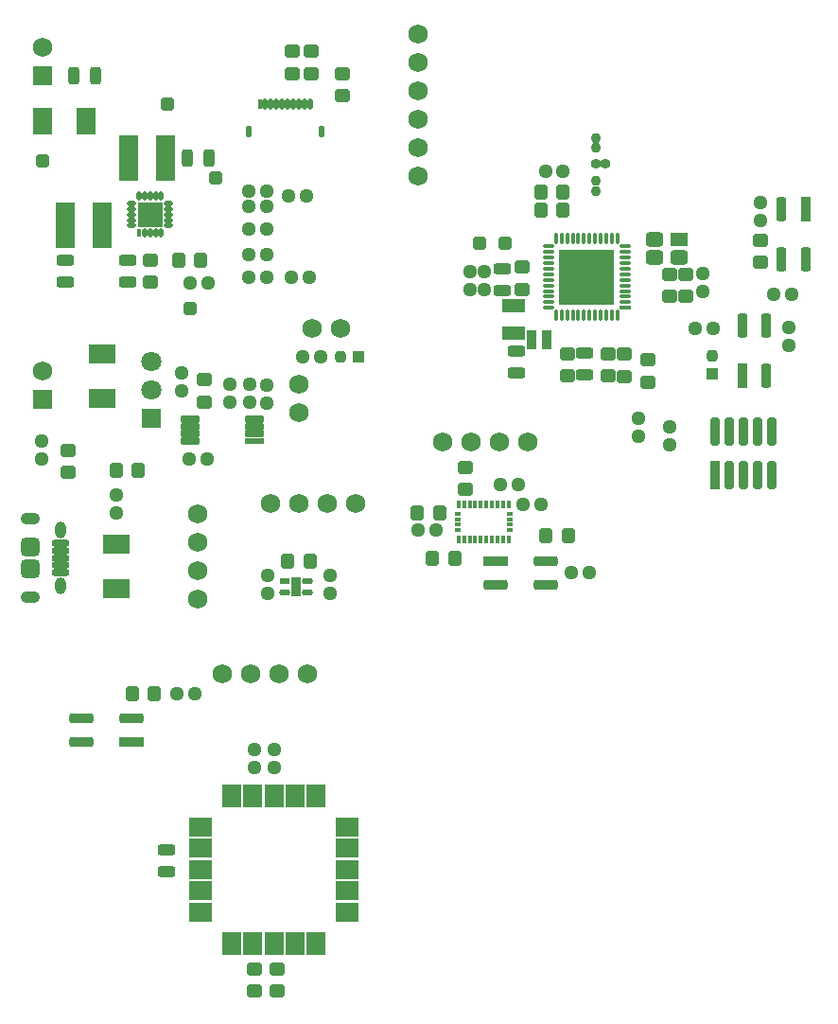
<source format=gts>
G04*
G04 #@! TF.GenerationSoftware,Altium Limited,Altium Designer,22.9.1 (49)*
G04*
G04 Layer_Color=8388736*
%FSLAX44Y44*%
%MOMM*%
G71*
G04*
G04 #@! TF.SameCoordinates,0914E3C7-33D6-4C2E-B1A8-6EB065383EFC*
G04*
G04*
G04 #@! TF.FilePolarity,Negative*
G04*
G01*
G75*
G04:AMPARAMS|DCode=76|XSize=0.6032mm|YSize=1.5532mm|CornerRadius=0.2016mm|HoleSize=0mm|Usage=FLASHONLY|Rotation=270.000|XOffset=0mm|YOffset=0mm|HoleType=Round|Shape=RoundedRectangle|*
%AMROUNDEDRECTD76*
21,1,0.6032,1.1500,0,0,270.0*
21,1,0.2000,1.5532,0,0,270.0*
1,1,0.4032,-0.5750,-0.1000*
1,1,0.4032,-0.5750,0.1000*
1,1,0.4032,0.5750,0.1000*
1,1,0.4032,0.5750,-0.1000*
%
%ADD76ROUNDEDRECTD76*%
G04:AMPARAMS|DCode=77|XSize=1.7032mm|YSize=1.7532mm|CornerRadius=0.4766mm|HoleSize=0mm|Usage=FLASHONLY|Rotation=270.000|XOffset=0mm|YOffset=0mm|HoleType=Round|Shape=RoundedRectangle|*
%AMROUNDEDRECTD77*
21,1,1.7032,0.8000,0,0,270.0*
21,1,0.7500,1.7532,0,0,270.0*
1,1,0.9532,-0.4000,-0.3750*
1,1,0.9532,-0.4000,0.3750*
1,1,0.9532,0.4000,0.3750*
1,1,0.9532,0.4000,-0.3750*
%
%ADD77ROUNDEDRECTD77*%
G04:AMPARAMS|DCode=78|XSize=1.4032mm|YSize=1.2032mm|CornerRadius=0.3516mm|HoleSize=0mm|Usage=FLASHONLY|Rotation=180.000|XOffset=0mm|YOffset=0mm|HoleType=Round|Shape=RoundedRectangle|*
%AMROUNDEDRECTD78*
21,1,1.4032,0.5000,0,0,180.0*
21,1,0.7000,1.2032,0,0,180.0*
1,1,0.7032,-0.3500,0.2500*
1,1,0.7032,0.3500,0.2500*
1,1,0.7032,0.3500,-0.2500*
1,1,0.7032,-0.3500,-0.2500*
%
%ADD78ROUNDEDRECTD78*%
G04:AMPARAMS|DCode=79|XSize=0.56mm|YSize=0.96mm|CornerRadius=0.18mm|HoleSize=0mm|Usage=FLASHONLY|Rotation=0.000|XOffset=0mm|YOffset=0mm|HoleType=Round|Shape=RoundedRectangle|*
%AMROUNDEDRECTD79*
21,1,0.5600,0.6000,0,0,0.0*
21,1,0.2000,0.9600,0,0,0.0*
1,1,0.3600,0.1000,-0.3000*
1,1,0.3600,-0.1000,-0.3000*
1,1,0.3600,-0.1000,0.3000*
1,1,0.3600,0.1000,0.3000*
%
%ADD79ROUNDEDRECTD79*%
G04:AMPARAMS|DCode=80|XSize=0.46mm|YSize=0.96mm|CornerRadius=0.155mm|HoleSize=0mm|Usage=FLASHONLY|Rotation=0.000|XOffset=0mm|YOffset=0mm|HoleType=Round|Shape=RoundedRectangle|*
%AMROUNDEDRECTD80*
21,1,0.4600,0.6500,0,0,0.0*
21,1,0.1500,0.9600,0,0,0.0*
1,1,0.3100,0.0750,-0.3250*
1,1,0.3100,-0.0750,-0.3250*
1,1,0.3100,-0.0750,0.3250*
1,1,0.3100,0.0750,0.3250*
%
%ADD80ROUNDEDRECTD80*%
%ADD81R,0.4600X0.9600*%
G04:AMPARAMS|DCode=82|XSize=1.6032mm|YSize=1.0032mm|CornerRadius=0.3016mm|HoleSize=0mm|Usage=FLASHONLY|Rotation=0.000|XOffset=0mm|YOffset=0mm|HoleType=Round|Shape=RoundedRectangle|*
%AMROUNDEDRECTD82*
21,1,1.6032,0.4000,0,0,0.0*
21,1,1.0000,1.0032,0,0,0.0*
1,1,0.6032,0.5000,-0.2000*
1,1,0.6032,-0.5000,-0.2000*
1,1,0.6032,-0.5000,0.2000*
1,1,0.6032,0.5000,0.2000*
%
%ADD82ROUNDEDRECTD82*%
G04:AMPARAMS|DCode=83|XSize=1.1032mm|YSize=1.1032mm|CornerRadius=0.3266mm|HoleSize=0mm|Usage=FLASHONLY|Rotation=180.000|XOffset=0mm|YOffset=0mm|HoleType=Round|Shape=RoundedRectangle|*
%AMROUNDEDRECTD83*
21,1,1.1032,0.4500,0,0,180.0*
21,1,0.4500,1.1032,0,0,180.0*
1,1,0.6532,-0.2250,0.2250*
1,1,0.6532,0.2250,0.2250*
1,1,0.6532,0.2250,-0.2250*
1,1,0.6532,-0.2250,-0.2250*
%
%ADD83ROUNDEDRECTD83*%
%ADD84R,4.9032X4.9032*%
G04:AMPARAMS|DCode=85|XSize=0.4124mm|YSize=1.0124mm|CornerRadius=0.1412mm|HoleSize=0mm|Usage=FLASHONLY|Rotation=180.000|XOffset=0mm|YOffset=0mm|HoleType=Round|Shape=RoundedRectangle|*
%AMROUNDEDRECTD85*
21,1,0.4124,0.7300,0,0,180.0*
21,1,0.1300,1.0124,0,0,180.0*
1,1,0.2824,-0.0650,0.3650*
1,1,0.2824,0.0650,0.3650*
1,1,0.2824,0.0650,-0.3650*
1,1,0.2824,-0.0650,-0.3650*
%
%ADD85ROUNDEDRECTD85*%
G04:AMPARAMS|DCode=86|XSize=0.4124mm|YSize=1.0124mm|CornerRadius=0.1412mm|HoleSize=0mm|Usage=FLASHONLY|Rotation=270.000|XOffset=0mm|YOffset=0mm|HoleType=Round|Shape=RoundedRectangle|*
%AMROUNDEDRECTD86*
21,1,0.4124,0.7300,0,0,270.0*
21,1,0.1300,1.0124,0,0,270.0*
1,1,0.2824,-0.3650,-0.0650*
1,1,0.2824,-0.3650,0.0650*
1,1,0.2824,0.3650,0.0650*
1,1,0.2824,0.3650,-0.0650*
%
%ADD86ROUNDEDRECTD86*%
%ADD87R,1.0124X0.4124*%
%ADD88R,2.2532X2.2532*%
G04:AMPARAMS|DCode=89|XSize=0.4432mm|YSize=0.8032mm|CornerRadius=0.1616mm|HoleSize=0mm|Usage=FLASHONLY|Rotation=90.000|XOffset=0mm|YOffset=0mm|HoleType=Round|Shape=RoundedRectangle|*
%AMROUNDEDRECTD89*
21,1,0.4432,0.4800,0,0,90.0*
21,1,0.1200,0.8032,0,0,90.0*
1,1,0.3232,0.2400,0.0600*
1,1,0.3232,0.2400,-0.0600*
1,1,0.3232,-0.2400,-0.0600*
1,1,0.3232,-0.2400,0.0600*
%
%ADD89ROUNDEDRECTD89*%
G04:AMPARAMS|DCode=90|XSize=0.4432mm|YSize=0.8032mm|CornerRadius=0.1616mm|HoleSize=0mm|Usage=FLASHONLY|Rotation=180.000|XOffset=0mm|YOffset=0mm|HoleType=Round|Shape=RoundedRectangle|*
%AMROUNDEDRECTD90*
21,1,0.4432,0.4800,0,0,180.0*
21,1,0.1200,0.8032,0,0,180.0*
1,1,0.3232,-0.0600,0.2400*
1,1,0.3232,0.0600,0.2400*
1,1,0.3232,0.0600,-0.2400*
1,1,0.3232,-0.0600,-0.2400*
%
%ADD90ROUNDEDRECTD90*%
%ADD91R,0.4432X0.8032*%
G04:AMPARAMS|DCode=92|XSize=1.2192mm|YSize=1.2192mm|CornerRadius=0.3556mm|HoleSize=0mm|Usage=FLASHONLY|Rotation=0.000|XOffset=0mm|YOffset=0mm|HoleType=Round|Shape=RoundedRectangle|*
%AMROUNDEDRECTD92*
21,1,1.2192,0.5080,0,0,0.0*
21,1,0.5080,1.2192,0,0,0.0*
1,1,0.7112,0.2540,-0.2540*
1,1,0.7112,-0.2540,-0.2540*
1,1,0.7112,-0.2540,0.2540*
1,1,0.7112,0.2540,0.2540*
%
%ADD92ROUNDEDRECTD92*%
G04:AMPARAMS|DCode=93|XSize=2.2032mm|YSize=0.9032mm|CornerRadius=0.2766mm|HoleSize=0mm|Usage=FLASHONLY|Rotation=90.000|XOffset=0mm|YOffset=0mm|HoleType=Round|Shape=RoundedRectangle|*
%AMROUNDEDRECTD93*
21,1,2.2032,0.3500,0,0,90.0*
21,1,1.6500,0.9032,0,0,90.0*
1,1,0.5532,0.1750,0.8250*
1,1,0.5532,0.1750,-0.8250*
1,1,0.5532,-0.1750,-0.8250*
1,1,0.5532,-0.1750,0.8250*
%
%ADD93ROUNDEDRECTD93*%
%ADD94R,0.9032X2.2032*%
%ADD95R,2.1032X1.3032*%
G04:AMPARAMS|DCode=96|XSize=1.1032mm|YSize=1.1032mm|CornerRadius=0.3266mm|HoleSize=0mm|Usage=FLASHONLY|Rotation=90.000|XOffset=0mm|YOffset=0mm|HoleType=Round|Shape=RoundedRectangle|*
%AMROUNDEDRECTD96*
21,1,1.1032,0.4500,0,0,90.0*
21,1,0.4500,1.1032,0,0,90.0*
1,1,0.6532,0.2250,0.2250*
1,1,0.6532,0.2250,-0.2250*
1,1,0.6532,-0.2250,-0.2250*
1,1,0.6532,-0.2250,0.2250*
%
%ADD96ROUNDEDRECTD96*%
%ADD97R,1.0032X1.0032*%
G04:AMPARAMS|DCode=98|XSize=1.0032mm|YSize=1.0032mm|CornerRadius=0.3016mm|HoleSize=0mm|Usage=FLASHONLY|Rotation=180.000|XOffset=0mm|YOffset=0mm|HoleType=Round|Shape=RoundedRectangle|*
%AMROUNDEDRECTD98*
21,1,1.0032,0.4000,0,0,180.0*
21,1,0.4000,1.0032,0,0,180.0*
1,1,0.6032,-0.2000,0.2000*
1,1,0.6032,0.2000,0.2000*
1,1,0.6032,0.2000,-0.2000*
1,1,0.6032,-0.2000,-0.2000*
%
%ADD98ROUNDEDRECTD98*%
G04:AMPARAMS|DCode=99|XSize=0.8616mm|YSize=2.5016mm|CornerRadius=0.2408mm|HoleSize=0mm|Usage=FLASHONLY|Rotation=0.000|XOffset=0mm|YOffset=0mm|HoleType=Round|Shape=RoundedRectangle|*
%AMROUNDEDRECTD99*
21,1,0.8616,2.0200,0,0,0.0*
21,1,0.3800,2.5016,0,0,0.0*
1,1,0.4816,0.1900,-1.0100*
1,1,0.4816,-0.1900,-1.0100*
1,1,0.4816,-0.1900,1.0100*
1,1,0.4816,0.1900,1.0100*
%
%ADD99ROUNDEDRECTD99*%
%ADD100R,0.8616X2.5016*%
G04:AMPARAMS|DCode=101|XSize=1.6032mm|YSize=1.0032mm|CornerRadius=0.3016mm|HoleSize=0mm|Usage=FLASHONLY|Rotation=270.000|XOffset=0mm|YOffset=0mm|HoleType=Round|Shape=RoundedRectangle|*
%AMROUNDEDRECTD101*
21,1,1.6032,0.4000,0,0,270.0*
21,1,1.0000,1.0032,0,0,270.0*
1,1,0.6032,-0.2000,-0.5000*
1,1,0.6032,-0.2000,0.5000*
1,1,0.6032,0.2000,0.5000*
1,1,0.6032,0.2000,-0.5000*
%
%ADD101ROUNDEDRECTD101*%
G04:AMPARAMS|DCode=102|XSize=0.78mm|YSize=0.82mm|CornerRadius=0.235mm|HoleSize=0mm|Usage=FLASHONLY|Rotation=180.000|XOffset=0mm|YOffset=0mm|HoleType=Round|Shape=RoundedRectangle|*
%AMROUNDEDRECTD102*
21,1,0.7800,0.3500,0,0,180.0*
21,1,0.3100,0.8200,0,0,180.0*
1,1,0.4700,-0.1550,0.1750*
1,1,0.4700,0.1550,0.1750*
1,1,0.4700,0.1550,-0.1750*
1,1,0.4700,-0.1550,-0.1750*
%
%ADD102ROUNDEDRECTD102*%
G04:AMPARAMS|DCode=103|XSize=0.78mm|YSize=0.82mm|CornerRadius=0.235mm|HoleSize=0mm|Usage=FLASHONLY|Rotation=90.000|XOffset=0mm|YOffset=0mm|HoleType=Round|Shape=RoundedRectangle|*
%AMROUNDEDRECTD103*
21,1,0.7800,0.3500,0,0,90.0*
21,1,0.3100,0.8200,0,0,90.0*
1,1,0.4700,0.1750,0.1550*
1,1,0.4700,0.1750,-0.1550*
1,1,0.4700,-0.1750,-0.1550*
1,1,0.4700,-0.1750,0.1550*
%
%ADD103ROUNDEDRECTD103*%
G04:AMPARAMS|DCode=104|XSize=1.4032mm|YSize=1.2032mm|CornerRadius=0.3516mm|HoleSize=0mm|Usage=FLASHONLY|Rotation=270.000|XOffset=0mm|YOffset=0mm|HoleType=Round|Shape=RoundedRectangle|*
%AMROUNDEDRECTD104*
21,1,1.4032,0.5000,0,0,270.0*
21,1,0.7000,1.2032,0,0,270.0*
1,1,0.7032,-0.2500,-0.3500*
1,1,0.7032,-0.2500,0.3500*
1,1,0.7032,0.2500,0.3500*
1,1,0.7032,0.2500,-0.3500*
%
%ADD104ROUNDEDRECTD104*%
%ADD105R,1.6532X4.0932*%
G04:AMPARAMS|DCode=106|XSize=1.7732mm|YSize=0.6132mm|CornerRadius=0.1529mm|HoleSize=0mm|Usage=FLASHONLY|Rotation=180.000|XOffset=0mm|YOffset=0mm|HoleType=Round|Shape=RoundedRectangle|*
%AMROUNDEDRECTD106*
21,1,1.7732,0.3075,0,0,180.0*
21,1,1.4675,0.6132,0,0,180.0*
1,1,0.3057,-0.7338,0.1538*
1,1,0.3057,0.7338,0.1538*
1,1,0.3057,0.7338,-0.1538*
1,1,0.3057,-0.7338,-0.1538*
%
%ADD106ROUNDEDRECTD106*%
%ADD107R,1.7732X0.6132*%
G04:AMPARAMS|DCode=108|XSize=1.6032mm|YSize=1.3032mm|CornerRadius=0.3766mm|HoleSize=0mm|Usage=FLASHONLY|Rotation=0.000|XOffset=0mm|YOffset=0mm|HoleType=Round|Shape=RoundedRectangle|*
%AMROUNDEDRECTD108*
21,1,1.6032,0.5500,0,0,0.0*
21,1,0.8500,1.3032,0,0,0.0*
1,1,0.7532,0.4250,-0.2750*
1,1,0.7532,-0.4250,-0.2750*
1,1,0.7532,-0.4250,0.2750*
1,1,0.7532,0.4250,0.2750*
%
%ADD108ROUNDEDRECTD108*%
%ADD109R,1.6032X1.3032*%
%ADD110R,0.8532X1.8032*%
%ADD111R,0.9532X0.5532*%
G04:AMPARAMS|DCode=112|XSize=0.5532mm|YSize=0.9532mm|CornerRadius=0.1891mm|HoleSize=0mm|Usage=FLASHONLY|Rotation=90.000|XOffset=0mm|YOffset=0mm|HoleType=Round|Shape=RoundedRectangle|*
%AMROUNDEDRECTD112*
21,1,0.5532,0.5750,0,0,90.0*
21,1,0.1750,0.9532,0,0,90.0*
1,1,0.3782,0.2875,0.0875*
1,1,0.3782,0.2875,-0.0875*
1,1,0.3782,-0.2875,-0.0875*
1,1,0.3782,-0.2875,0.0875*
%
%ADD112ROUNDEDRECTD112*%
%ADD113R,0.9032X1.8032*%
G04:AMPARAMS|DCode=114|XSize=2.2032mm|YSize=0.9032mm|CornerRadius=0.2766mm|HoleSize=0mm|Usage=FLASHONLY|Rotation=0.000|XOffset=0mm|YOffset=0mm|HoleType=Round|Shape=RoundedRectangle|*
%AMROUNDEDRECTD114*
21,1,2.2032,0.3500,0,0,0.0*
21,1,1.6500,0.9032,0,0,0.0*
1,1,0.5532,0.8250,-0.1750*
1,1,0.5532,-0.8250,-0.1750*
1,1,0.5532,-0.8250,0.1750*
1,1,0.5532,0.8250,0.1750*
%
%ADD114ROUNDEDRECTD114*%
%ADD115R,2.2032X0.9032*%
%ADD116R,1.7032X2.0032*%
%ADD117R,2.0032X1.7032*%
%ADD118R,1.7032X2.4032*%
%ADD119R,2.4032X1.7032*%
G04:AMPARAMS|DCode=120|XSize=1.0032mm|YSize=1.0032mm|CornerRadius=0.3016mm|HoleSize=0mm|Usage=FLASHONLY|Rotation=270.000|XOffset=0mm|YOffset=0mm|HoleType=Round|Shape=RoundedRectangle|*
%AMROUNDEDRECTD120*
21,1,1.0032,0.4000,0,0,270.0*
21,1,0.4000,1.0032,0,0,270.0*
1,1,0.6032,-0.2000,-0.2000*
1,1,0.6032,-0.2000,0.2000*
1,1,0.6032,0.2000,0.2000*
1,1,0.6032,0.2000,-0.2000*
%
%ADD120ROUNDEDRECTD120*%
%ADD121R,1.0032X1.0032*%
%ADD122R,0.4600X0.6850*%
%ADD123R,0.5850X0.4600*%
%ADD124C,1.7272*%
%ADD125O,1.0160X1.5032*%
%ADD126O,1.7532X1.0160*%
%ADD127R,1.7272X1.7272*%
%ADD128C,1.8032*%
%ADD129R,1.8032X1.8032*%
D76*
X41986Y516014D02*
D03*
Y509514D02*
D03*
Y503014D02*
D03*
Y496514D02*
D03*
Y490014D02*
D03*
D77*
X14986Y513014D02*
D03*
Y493014D02*
D03*
D78*
X294000Y936250D02*
D03*
Y916250D02*
D03*
X266000Y936500D02*
D03*
Y956500D02*
D03*
X249250Y936500D02*
D03*
Y956500D02*
D03*
X546500Y665250D02*
D03*
Y685250D02*
D03*
X586750Y737000D02*
D03*
Y757000D02*
D03*
X495300Y685640D02*
D03*
Y665640D02*
D03*
X403860Y584040D02*
D03*
Y564040D02*
D03*
X235272Y115476D02*
D03*
Y135476D02*
D03*
X214952Y115316D02*
D03*
Y135316D02*
D03*
X121920Y749460D02*
D03*
Y769460D02*
D03*
X48260Y599280D02*
D03*
Y579280D02*
D03*
X170180Y642620D02*
D03*
Y662620D02*
D03*
X601750Y757000D02*
D03*
Y737000D02*
D03*
X532130Y685640D02*
D03*
Y665640D02*
D03*
X567250Y680500D02*
D03*
Y660500D02*
D03*
X454750Y743000D02*
D03*
Y763000D02*
D03*
X668020Y787240D02*
D03*
Y767240D02*
D03*
D79*
X275070Y884120D02*
D03*
X210070D02*
D03*
D80*
X265070Y909120D02*
D03*
X245070D02*
D03*
X250070D02*
D03*
X255070D02*
D03*
X260070D02*
D03*
X240070D02*
D03*
X225070D02*
D03*
X230070D02*
D03*
X235070D02*
D03*
D81*
X220070D02*
D03*
D82*
X437500Y742000D02*
D03*
Y762000D02*
D03*
X510540Y666640D02*
D03*
Y686640D02*
D03*
X136212Y221996D02*
D03*
Y241996D02*
D03*
X101600Y749460D02*
D03*
Y769460D02*
D03*
X45720D02*
D03*
Y749460D02*
D03*
X449580Y688180D02*
D03*
Y668180D02*
D03*
D83*
X408750Y758750D02*
D03*
Y742750D02*
D03*
X421500Y758750D02*
D03*
Y742750D02*
D03*
X693420Y709040D02*
D03*
Y693040D02*
D03*
X586740Y620140D02*
D03*
Y604140D02*
D03*
X558800Y627760D02*
D03*
Y611760D02*
D03*
X25146Y607314D02*
D03*
Y591314D02*
D03*
X227260Y487596D02*
D03*
Y471596D02*
D03*
X283140Y487596D02*
D03*
Y471596D02*
D03*
X668020Y804800D02*
D03*
Y820800D02*
D03*
X232732Y315436D02*
D03*
X232732Y331436D02*
D03*
X214952D02*
D03*
Y315436D02*
D03*
X149860Y668400D02*
D03*
Y652400D02*
D03*
X91440Y559560D02*
D03*
Y543560D02*
D03*
X210820Y658240D02*
D03*
Y642240D02*
D03*
X226060Y657860D02*
D03*
Y641860D02*
D03*
X193040Y658240D02*
D03*
Y642240D02*
D03*
X617000Y741500D02*
D03*
Y757500D02*
D03*
D84*
X512750Y754250D02*
D03*
D85*
X540250Y719900D02*
D03*
X535250D02*
D03*
X530250D02*
D03*
X525250D02*
D03*
X520250D02*
D03*
X515250D02*
D03*
X510250D02*
D03*
X505250D02*
D03*
X500250D02*
D03*
X495250D02*
D03*
X490250D02*
D03*
X485250D02*
D03*
Y788600D02*
D03*
X490250D02*
D03*
X495250D02*
D03*
X500250D02*
D03*
X505250D02*
D03*
X510250D02*
D03*
X515250D02*
D03*
X520250D02*
D03*
X525250D02*
D03*
X530250D02*
D03*
X535250D02*
D03*
X540250D02*
D03*
D86*
X478400Y726750D02*
D03*
Y731750D02*
D03*
Y736750D02*
D03*
Y741750D02*
D03*
Y746750D02*
D03*
Y751750D02*
D03*
Y756750D02*
D03*
Y761750D02*
D03*
Y766750D02*
D03*
Y771750D02*
D03*
Y776750D02*
D03*
Y781750D02*
D03*
X547100D02*
D03*
Y776750D02*
D03*
Y771750D02*
D03*
Y766750D02*
D03*
Y761750D02*
D03*
Y756750D02*
D03*
Y751750D02*
D03*
Y746750D02*
D03*
Y741750D02*
D03*
Y736750D02*
D03*
Y731750D02*
D03*
D87*
Y726750D02*
D03*
D88*
X121920Y810260D02*
D03*
D89*
X105420Y800260D02*
D03*
Y805260D02*
D03*
Y810260D02*
D03*
Y815260D02*
D03*
Y820260D02*
D03*
X138420D02*
D03*
Y815260D02*
D03*
Y810260D02*
D03*
Y805260D02*
D03*
Y800260D02*
D03*
D90*
X111920Y826760D02*
D03*
X116920D02*
D03*
X121920D02*
D03*
X131920D02*
D03*
Y793760D02*
D03*
X126920D02*
D03*
X121920D02*
D03*
X116920D02*
D03*
X126920Y826760D02*
D03*
D91*
X111920Y793760D02*
D03*
D92*
X440000Y784250D02*
D03*
X417250Y784500D02*
D03*
X157480Y726440D02*
D03*
X25400Y858520D02*
D03*
X137160Y909320D02*
D03*
X180340Y843280D02*
D03*
D93*
X673690Y710840D02*
D03*
X652190D02*
D03*
X673690Y665840D02*
D03*
X687160Y770340D02*
D03*
X708660D02*
D03*
X687160Y815340D02*
D03*
D94*
X652190Y665840D02*
D03*
X708660Y815340D02*
D03*
D95*
X447040Y703780D02*
D03*
Y728780D02*
D03*
D96*
X625600Y708660D02*
D03*
X609600D02*
D03*
X695960Y739140D02*
D03*
X679960D02*
D03*
X491721Y849213D02*
D03*
X475721D02*
D03*
X173100Y591820D02*
D03*
X157100D02*
D03*
X455550Y550926D02*
D03*
X471550D02*
D03*
X514842Y489528D02*
D03*
X498842D02*
D03*
X361682Y527628D02*
D03*
X377682D02*
D03*
X451342Y568268D02*
D03*
X435342D02*
D03*
X258700Y683260D02*
D03*
X274700D02*
D03*
X261492Y826516D02*
D03*
X245492D02*
D03*
X226060Y817880D02*
D03*
X210060D02*
D03*
X210186Y831088D02*
D03*
X226186D02*
D03*
X264160Y754380D02*
D03*
X248160D02*
D03*
X210060D02*
D03*
X226060D02*
D03*
X173480Y749300D02*
D03*
X157480D02*
D03*
X210060Y774700D02*
D03*
X226060D02*
D03*
Y797560D02*
D03*
X210060D02*
D03*
X145992Y381856D02*
D03*
X161992D02*
D03*
D97*
X624840Y667640D02*
D03*
D98*
Y683640D02*
D03*
D99*
X678180Y616400D02*
D03*
Y577400D02*
D03*
X665480Y616400D02*
D03*
Y577400D02*
D03*
X652780Y616400D02*
D03*
Y577400D02*
D03*
X640080Y616400D02*
D03*
Y577400D02*
D03*
X627380Y616400D02*
D03*
D100*
Y577400D02*
D03*
D101*
X73500Y934720D02*
D03*
X53500D02*
D03*
X174940Y861060D02*
D03*
X154940D02*
D03*
D102*
X520618Y831260D02*
D03*
Y840060D02*
D03*
Y870040D02*
D03*
Y878840D02*
D03*
D103*
X529418Y855980D02*
D03*
X520618D02*
D03*
D104*
X471500Y830500D02*
D03*
X491500D02*
D03*
X471750Y814250D02*
D03*
X491750D02*
D03*
X245200Y499916D02*
D03*
X265200D02*
D03*
X361000Y543560D02*
D03*
X381000D02*
D03*
X167480Y769620D02*
D03*
X147480D02*
D03*
X111600Y581660D02*
D03*
X91600D02*
D03*
X496522Y522548D02*
D03*
X476522D02*
D03*
X105892Y381856D02*
D03*
X125892D02*
D03*
X394922Y502228D02*
D03*
X374922D02*
D03*
D105*
X135890Y861060D02*
D03*
X103090D02*
D03*
X79080Y800440D02*
D03*
X46280D02*
D03*
D106*
X157990Y607470D02*
D03*
Y613970D02*
D03*
Y620470D02*
D03*
Y626970D02*
D03*
X215390D02*
D03*
Y620470D02*
D03*
Y613970D02*
D03*
D107*
Y607470D02*
D03*
D108*
X595200Y771780D02*
D03*
X573200Y787780D02*
D03*
Y771780D02*
D03*
D109*
X595200Y787780D02*
D03*
D110*
X476899Y697771D02*
D03*
X463399D02*
D03*
D111*
X242810Y482056D02*
D03*
D112*
Y472056D02*
D03*
X262510Y482056D02*
D03*
Y472056D02*
D03*
D113*
X252660Y477056D02*
D03*
D114*
X431002Y478778D02*
D03*
X476002Y500278D02*
D03*
Y478778D02*
D03*
X105372Y359586D02*
D03*
X60372Y338086D02*
D03*
Y359586D02*
D03*
D115*
X431002Y500278D02*
D03*
X105372Y338086D02*
D03*
D116*
X270732Y290376D02*
D03*
X251732D02*
D03*
X232732D02*
D03*
X213732D02*
D03*
X194732D02*
D03*
Y158376D02*
D03*
X213732D02*
D03*
X232732D02*
D03*
X251732D02*
D03*
X270732D02*
D03*
D117*
X298732Y262376D02*
D03*
X166732D02*
D03*
X298732Y243376D02*
D03*
X166732D02*
D03*
X298732Y224376D02*
D03*
X166732D02*
D03*
X298732Y205376D02*
D03*
X166732D02*
D03*
X298732Y186376D02*
D03*
X166732D02*
D03*
D118*
X65000Y894080D02*
D03*
X25400D02*
D03*
D119*
X78740Y645680D02*
D03*
Y685280D02*
D03*
X91440Y475500D02*
D03*
Y515100D02*
D03*
D120*
X292100Y683260D02*
D03*
D121*
X308100D02*
D03*
D122*
X402982Y550873D02*
D03*
X407982D02*
D03*
X412982D02*
D03*
X417982D02*
D03*
X422982D02*
D03*
X427982D02*
D03*
X432982D02*
D03*
X437982D02*
D03*
X442982D02*
D03*
Y519623D02*
D03*
X437982D02*
D03*
X432982D02*
D03*
X427982D02*
D03*
X422982D02*
D03*
X417982D02*
D03*
X412982D02*
D03*
X407982D02*
D03*
X402982D02*
D03*
X397982D02*
D03*
Y550873D02*
D03*
D123*
X443607Y542748D02*
D03*
Y537748D02*
D03*
Y532748D02*
D03*
Y527748D02*
D03*
X397357D02*
D03*
Y532748D02*
D03*
Y537748D02*
D03*
Y542748D02*
D03*
D124*
X361950Y971550D02*
D03*
Y946150D02*
D03*
Y920750D02*
D03*
Y895350D02*
D03*
Y844550D02*
D03*
Y869950D02*
D03*
X25400Y960120D02*
D03*
X262636Y399034D02*
D03*
X237236D02*
D03*
X211836D02*
D03*
X186436D02*
D03*
X255016Y658368D02*
D03*
Y632968D02*
D03*
X164592Y542036D02*
D03*
Y516636D02*
D03*
Y491236D02*
D03*
Y465836D02*
D03*
X229800Y552054D02*
D03*
X255200D02*
D03*
X280600D02*
D03*
X306000D02*
D03*
X459740Y607060D02*
D03*
X434340D02*
D03*
X408940D02*
D03*
X383540D02*
D03*
X266700Y708660D02*
D03*
X292100D02*
D03*
X25400Y670560D02*
D03*
D125*
X41986Y528014D02*
D03*
Y478014D02*
D03*
D126*
X14986Y538014D02*
D03*
Y468014D02*
D03*
D127*
X25400Y934720D02*
D03*
Y645160D02*
D03*
D128*
X123308Y678560D02*
D03*
Y653160D02*
D03*
D129*
Y627760D02*
D03*
M02*

</source>
